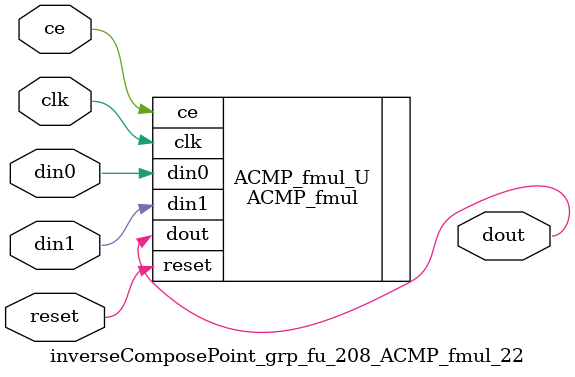
<source format=v>

`timescale 1 ns / 1 ps
module inverseComposePoint_grp_fu_208_ACMP_fmul_22(
    clk,
    reset,
    ce,
    din0,
    din1,
    dout);

parameter ID = 32'd1;
parameter NUM_STAGE = 32'd1;
parameter din0_WIDTH = 32'd1;
parameter din1_WIDTH = 32'd1;
parameter dout_WIDTH = 32'd1;
input clk;
input reset;
input ce;
input[din0_WIDTH - 1:0] din0;
input[din1_WIDTH - 1:0] din1;
output[dout_WIDTH - 1:0] dout;



ACMP_fmul #(
.ID( ID ),
.NUM_STAGE( 4 ),
.din0_WIDTH( din0_WIDTH ),
.din1_WIDTH( din1_WIDTH ),
.dout_WIDTH( dout_WIDTH ))
ACMP_fmul_U(
    .clk( clk ),
    .reset( reset ),
    .ce( ce ),
    .din0( din0 ),
    .din1( din1 ),
    .dout( dout ));

endmodule

</source>
